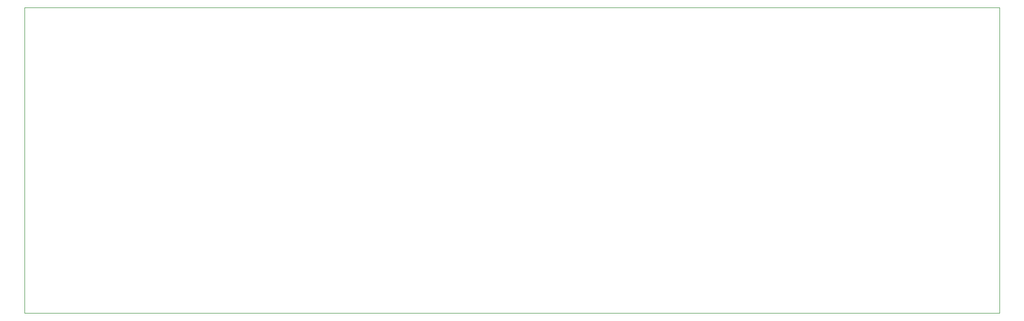
<source format=gbr>
%TF.GenerationSoftware,KiCad,Pcbnew,8.0.4*%
%TF.CreationDate,2024-08-25T10:23:11+02:00*%
%TF.ProjectId,EEK,45454b2e-6b69-4636-9164-5f7063625858,V1.2*%
%TF.SameCoordinates,Original*%
%TF.FileFunction,Profile,NP*%
%FSLAX46Y46*%
G04 Gerber Fmt 4.6, Leading zero omitted, Abs format (unit mm)*
G04 Created by KiCad (PCBNEW 8.0.4) date 2024-08-25 10:23:11*
%MOMM*%
%LPD*%
G01*
G04 APERTURE LIST*
%TA.AperFunction,Profile*%
%ADD10C,0.050000*%
%TD*%
G04 APERTURE END LIST*
D10*
X42500000Y-76750000D02*
X207500000Y-76750000D01*
X207500000Y-128500000D01*
X42500000Y-128500000D01*
X42500000Y-76750000D01*
M02*

</source>
